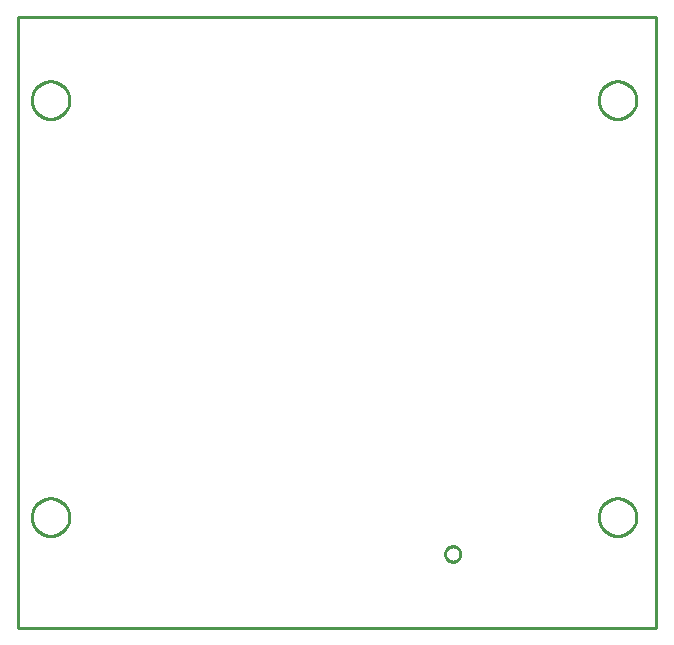
<source format=gbr>
G04 EAGLE Gerber RS-274X export*
G75*
%MOMM*%
%FSLAX34Y34*%
%LPD*%
%IN*%
%IPPOS*%
%AMOC8*
5,1,8,0,0,1.08239X$1,22.5*%
G01*
%ADD10C,0.254000*%


D10*
X1092200Y-76200D02*
X1633020Y-76200D01*
X1633020Y441200D01*
X1092200Y441200D01*
X1092200Y-76200D01*
X1136015Y370320D02*
X1135947Y369283D01*
X1135811Y368253D01*
X1135609Y367233D01*
X1135340Y366229D01*
X1135005Y365245D01*
X1134608Y364285D01*
X1134148Y363353D01*
X1133628Y362452D01*
X1133051Y361588D01*
X1132418Y360764D01*
X1131733Y359982D01*
X1130998Y359247D01*
X1130216Y358562D01*
X1129392Y357929D01*
X1128528Y357352D01*
X1127627Y356832D01*
X1126695Y356372D01*
X1125735Y355975D01*
X1124751Y355640D01*
X1123747Y355371D01*
X1122727Y355169D01*
X1121697Y355033D01*
X1120660Y354965D01*
X1119620Y354965D01*
X1118583Y355033D01*
X1117553Y355169D01*
X1116533Y355371D01*
X1115529Y355640D01*
X1114545Y355975D01*
X1113585Y356372D01*
X1112653Y356832D01*
X1111752Y357352D01*
X1110888Y357929D01*
X1110064Y358562D01*
X1109282Y359247D01*
X1108547Y359982D01*
X1107862Y360764D01*
X1107229Y361588D01*
X1106652Y362452D01*
X1106132Y363353D01*
X1105672Y364285D01*
X1105275Y365245D01*
X1104940Y366229D01*
X1104671Y367233D01*
X1104469Y368253D01*
X1104333Y369283D01*
X1104265Y370320D01*
X1104265Y371360D01*
X1104333Y372397D01*
X1104469Y373427D01*
X1104671Y374447D01*
X1104940Y375451D01*
X1105275Y376435D01*
X1105672Y377395D01*
X1106132Y378327D01*
X1106652Y379228D01*
X1107229Y380092D01*
X1107862Y380916D01*
X1108547Y381698D01*
X1109282Y382433D01*
X1110064Y383118D01*
X1110888Y383751D01*
X1111752Y384328D01*
X1112653Y384848D01*
X1113585Y385308D01*
X1114545Y385705D01*
X1115529Y386040D01*
X1116533Y386309D01*
X1117553Y386511D01*
X1118583Y386647D01*
X1119620Y386715D01*
X1120660Y386715D01*
X1121697Y386647D01*
X1122727Y386511D01*
X1123747Y386309D01*
X1124751Y386040D01*
X1125735Y385705D01*
X1126695Y385308D01*
X1127627Y384848D01*
X1128528Y384328D01*
X1129392Y383751D01*
X1130216Y383118D01*
X1130998Y382433D01*
X1131733Y381698D01*
X1132418Y380916D01*
X1133051Y380092D01*
X1133628Y379228D01*
X1134148Y378327D01*
X1134608Y377395D01*
X1135005Y376435D01*
X1135340Y375451D01*
X1135609Y374447D01*
X1135811Y373427D01*
X1135947Y372397D01*
X1136015Y371360D01*
X1136015Y370320D01*
X1136015Y17260D02*
X1135947Y16223D01*
X1135811Y15193D01*
X1135609Y14173D01*
X1135340Y13169D01*
X1135005Y12185D01*
X1134608Y11225D01*
X1134148Y10293D01*
X1133628Y9392D01*
X1133051Y8528D01*
X1132418Y7704D01*
X1131733Y6922D01*
X1130998Y6187D01*
X1130216Y5502D01*
X1129392Y4869D01*
X1128528Y4292D01*
X1127627Y3772D01*
X1126695Y3312D01*
X1125735Y2915D01*
X1124751Y2580D01*
X1123747Y2311D01*
X1122727Y2109D01*
X1121697Y1973D01*
X1120660Y1905D01*
X1119620Y1905D01*
X1118583Y1973D01*
X1117553Y2109D01*
X1116533Y2311D01*
X1115529Y2580D01*
X1114545Y2915D01*
X1113585Y3312D01*
X1112653Y3772D01*
X1111752Y4292D01*
X1110888Y4869D01*
X1110064Y5502D01*
X1109282Y6187D01*
X1108547Y6922D01*
X1107862Y7704D01*
X1107229Y8528D01*
X1106652Y9392D01*
X1106132Y10293D01*
X1105672Y11225D01*
X1105275Y12185D01*
X1104940Y13169D01*
X1104671Y14173D01*
X1104469Y15193D01*
X1104333Y16223D01*
X1104265Y17260D01*
X1104265Y18300D01*
X1104333Y19337D01*
X1104469Y20367D01*
X1104671Y21387D01*
X1104940Y22391D01*
X1105275Y23375D01*
X1105672Y24335D01*
X1106132Y25267D01*
X1106652Y26168D01*
X1107229Y27032D01*
X1107862Y27856D01*
X1108547Y28638D01*
X1109282Y29373D01*
X1110064Y30058D01*
X1110888Y30691D01*
X1111752Y31268D01*
X1112653Y31788D01*
X1113585Y32248D01*
X1114545Y32645D01*
X1115529Y32980D01*
X1116533Y33249D01*
X1117553Y33451D01*
X1118583Y33587D01*
X1119620Y33655D01*
X1120660Y33655D01*
X1121697Y33587D01*
X1122727Y33451D01*
X1123747Y33249D01*
X1124751Y32980D01*
X1125735Y32645D01*
X1126695Y32248D01*
X1127627Y31788D01*
X1128528Y31268D01*
X1129392Y30691D01*
X1130216Y30058D01*
X1130998Y29373D01*
X1131733Y28638D01*
X1132418Y27856D01*
X1133051Y27032D01*
X1133628Y26168D01*
X1134148Y25267D01*
X1134608Y24335D01*
X1135005Y23375D01*
X1135340Y22391D01*
X1135609Y21387D01*
X1135811Y20367D01*
X1135947Y19337D01*
X1136015Y18300D01*
X1136015Y17260D01*
X1616075Y17260D02*
X1616007Y16223D01*
X1615871Y15193D01*
X1615669Y14173D01*
X1615400Y13169D01*
X1615065Y12185D01*
X1614668Y11225D01*
X1614208Y10293D01*
X1613688Y9392D01*
X1613111Y8528D01*
X1612478Y7704D01*
X1611793Y6922D01*
X1611058Y6187D01*
X1610276Y5502D01*
X1609452Y4869D01*
X1608588Y4292D01*
X1607687Y3772D01*
X1606755Y3312D01*
X1605795Y2915D01*
X1604811Y2580D01*
X1603807Y2311D01*
X1602787Y2109D01*
X1601757Y1973D01*
X1600720Y1905D01*
X1599680Y1905D01*
X1598643Y1973D01*
X1597613Y2109D01*
X1596593Y2311D01*
X1595589Y2580D01*
X1594605Y2915D01*
X1593645Y3312D01*
X1592713Y3772D01*
X1591812Y4292D01*
X1590948Y4869D01*
X1590124Y5502D01*
X1589342Y6187D01*
X1588607Y6922D01*
X1587922Y7704D01*
X1587289Y8528D01*
X1586712Y9392D01*
X1586192Y10293D01*
X1585732Y11225D01*
X1585335Y12185D01*
X1585000Y13169D01*
X1584731Y14173D01*
X1584529Y15193D01*
X1584393Y16223D01*
X1584325Y17260D01*
X1584325Y18300D01*
X1584393Y19337D01*
X1584529Y20367D01*
X1584731Y21387D01*
X1585000Y22391D01*
X1585335Y23375D01*
X1585732Y24335D01*
X1586192Y25267D01*
X1586712Y26168D01*
X1587289Y27032D01*
X1587922Y27856D01*
X1588607Y28638D01*
X1589342Y29373D01*
X1590124Y30058D01*
X1590948Y30691D01*
X1591812Y31268D01*
X1592713Y31788D01*
X1593645Y32248D01*
X1594605Y32645D01*
X1595589Y32980D01*
X1596593Y33249D01*
X1597613Y33451D01*
X1598643Y33587D01*
X1599680Y33655D01*
X1600720Y33655D01*
X1601757Y33587D01*
X1602787Y33451D01*
X1603807Y33249D01*
X1604811Y32980D01*
X1605795Y32645D01*
X1606755Y32248D01*
X1607687Y31788D01*
X1608588Y31268D01*
X1609452Y30691D01*
X1610276Y30058D01*
X1611058Y29373D01*
X1611793Y28638D01*
X1612478Y27856D01*
X1613111Y27032D01*
X1613688Y26168D01*
X1614208Y25267D01*
X1614668Y24335D01*
X1615065Y23375D01*
X1615400Y22391D01*
X1615669Y21387D01*
X1615871Y20367D01*
X1616007Y19337D01*
X1616075Y18300D01*
X1616075Y17260D01*
X1616075Y370320D02*
X1616007Y369283D01*
X1615871Y368253D01*
X1615669Y367233D01*
X1615400Y366229D01*
X1615065Y365245D01*
X1614668Y364285D01*
X1614208Y363353D01*
X1613688Y362452D01*
X1613111Y361588D01*
X1612478Y360764D01*
X1611793Y359982D01*
X1611058Y359247D01*
X1610276Y358562D01*
X1609452Y357929D01*
X1608588Y357352D01*
X1607687Y356832D01*
X1606755Y356372D01*
X1605795Y355975D01*
X1604811Y355640D01*
X1603807Y355371D01*
X1602787Y355169D01*
X1601757Y355033D01*
X1600720Y354965D01*
X1599680Y354965D01*
X1598643Y355033D01*
X1597613Y355169D01*
X1596593Y355371D01*
X1595589Y355640D01*
X1594605Y355975D01*
X1593645Y356372D01*
X1592713Y356832D01*
X1591812Y357352D01*
X1590948Y357929D01*
X1590124Y358562D01*
X1589342Y359247D01*
X1588607Y359982D01*
X1587922Y360764D01*
X1587289Y361588D01*
X1586712Y362452D01*
X1586192Y363353D01*
X1585732Y364285D01*
X1585335Y365245D01*
X1585000Y366229D01*
X1584731Y367233D01*
X1584529Y368253D01*
X1584393Y369283D01*
X1584325Y370320D01*
X1584325Y371360D01*
X1584393Y372397D01*
X1584529Y373427D01*
X1584731Y374447D01*
X1585000Y375451D01*
X1585335Y376435D01*
X1585732Y377395D01*
X1586192Y378327D01*
X1586712Y379228D01*
X1587289Y380092D01*
X1587922Y380916D01*
X1588607Y381698D01*
X1589342Y382433D01*
X1590124Y383118D01*
X1590948Y383751D01*
X1591812Y384328D01*
X1592713Y384848D01*
X1593645Y385308D01*
X1594605Y385705D01*
X1595589Y386040D01*
X1596593Y386309D01*
X1597613Y386511D01*
X1598643Y386647D01*
X1599680Y386715D01*
X1600720Y386715D01*
X1601757Y386647D01*
X1602787Y386511D01*
X1603807Y386309D01*
X1604811Y386040D01*
X1605795Y385705D01*
X1606755Y385308D01*
X1607687Y384848D01*
X1608588Y384328D01*
X1609452Y383751D01*
X1610276Y383118D01*
X1611058Y382433D01*
X1611793Y381698D01*
X1612478Y380916D01*
X1613111Y380092D01*
X1613688Y379228D01*
X1614208Y378327D01*
X1614668Y377395D01*
X1615065Y376435D01*
X1615400Y375451D01*
X1615669Y374447D01*
X1615871Y373427D01*
X1616007Y372397D01*
X1616075Y371360D01*
X1616075Y370320D01*
X1467200Y-13719D02*
X1467137Y-14355D01*
X1467013Y-14981D01*
X1466827Y-15592D01*
X1466583Y-16182D01*
X1466282Y-16746D01*
X1465927Y-17277D01*
X1465522Y-17770D01*
X1465070Y-18222D01*
X1464577Y-18627D01*
X1464046Y-18982D01*
X1463482Y-19283D01*
X1462892Y-19527D01*
X1462281Y-19713D01*
X1461655Y-19837D01*
X1461019Y-19900D01*
X1460381Y-19900D01*
X1459745Y-19837D01*
X1459119Y-19713D01*
X1458508Y-19527D01*
X1457918Y-19283D01*
X1457354Y-18982D01*
X1456823Y-18627D01*
X1456330Y-18222D01*
X1455878Y-17770D01*
X1455473Y-17277D01*
X1455118Y-16746D01*
X1454817Y-16182D01*
X1454573Y-15592D01*
X1454387Y-14981D01*
X1454263Y-14355D01*
X1454200Y-13719D01*
X1454200Y-13081D01*
X1454263Y-12445D01*
X1454387Y-11819D01*
X1454573Y-11208D01*
X1454817Y-10618D01*
X1455118Y-10054D01*
X1455473Y-9523D01*
X1455878Y-9030D01*
X1456330Y-8578D01*
X1456823Y-8173D01*
X1457354Y-7818D01*
X1457918Y-7517D01*
X1458508Y-7273D01*
X1459119Y-7087D01*
X1459745Y-6963D01*
X1460381Y-6900D01*
X1461019Y-6900D01*
X1461655Y-6963D01*
X1462281Y-7087D01*
X1462892Y-7273D01*
X1463482Y-7517D01*
X1464046Y-7818D01*
X1464577Y-8173D01*
X1465070Y-8578D01*
X1465522Y-9030D01*
X1465927Y-9523D01*
X1466282Y-10054D01*
X1466583Y-10618D01*
X1466827Y-11208D01*
X1467013Y-11819D01*
X1467137Y-12445D01*
X1467200Y-13081D01*
X1467200Y-13719D01*
M02*

</source>
